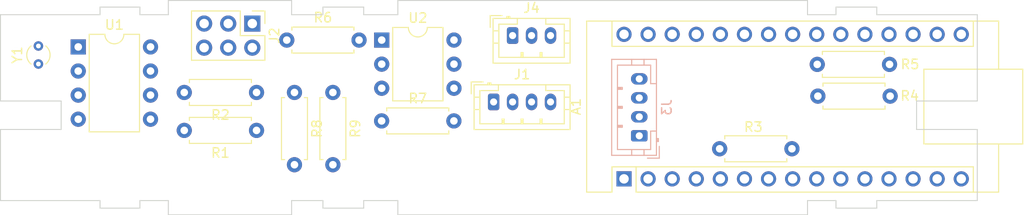
<source format=kicad_pcb>
(kicad_pcb (version 20211014) (generator pcbnew)
  (layers (0 "F.Cu" signal) (31 "B.Cu" signal) (34 "B.Paste" user) (35 "F.Paste" user) (36 "B.SilkS" user "B.Silkscreen") (37 "F.SilkS" user "F.Silkscreen") (38 "B.Mask" user) (39 "F.Mask" user) (44 "Edge.Cuts" user))
  (net 0 "")
  (net 4 "GND")
  (net 5 "/OneWire")
  (net 6 "/RX_GPS")
  (net 7 "/TX_GPS")
  (net 22 "/SDA")
  (net 23 "/SCL")
  (net 26 "+5V")
  (net 28 "+12V")
  (net 29 "Net-(U1-Pad1)")
  (net 30 "Net-(U1-Pad2)")
  (net 32 "/PERMANENT_12")
  (net 33 "Net-(U1-Pad3)")
  (net 36 "Net-(R6-Pad2)")
  (net 39 "/MEASURE_SUPPLY")
  (net 40 "/LIGHT_ON_12")
  (net 41 "/LIGHT_ON")
  (footprint "Connector_JST:JST_PH_B3B-PH-K_1x03_P2.00mm_Vertical" (layer "F.Cu") (at 116 106)
    (fp_text reference "J4" (at 2 -2.9) (layer "F.SilkS"))
    (fp_text value "1-Wire Temp 1")
    (fp_line (start -2.36 -2.11) (end -2.36 -0.86) (layer "F.SilkS") (width 0.12))
    (fp_line (start 3.5 -1.2) (end 3.5 -1.81) (layer "F.SilkS") (width 0.12))
    (fp_line (start 6.06 -1.81) (end -2.06 -1.81) (layer "F.SilkS") (width 0.12))
    (fp_line (start 1 2.3) (end 1 1.8) (layer "F.SilkS") (width 0.12))
    (fp_line (start -0.3 -2.01) (end -0.6 -2.01) (layer "F.SilkS") (width 0.12))
    (fp_line (start 2.9 1.8) (end 3.1 1.8) (layer "F.SilkS") (width 0.12))
    (fp_line (start 6.06 0.8) (end 5.45 0.8) (layer "F.SilkS") (width 0.12))
    (fp_line (start -0.3 -1.91) (end -0.6 -1.91) (layer "F.SilkS") (width 0.12))
    (fp_line (start -0.3 -1.81) (end -0.3 -2.01) (layer "F.SilkS") (width 0.12))
    (fp_line (start -2.06 2.91) (end 6.06 2.91) (layer "F.SilkS") (width 0.12))
    (fp_line (start 1.1 1.8) (end 1.1 2.3) (layer "F.SilkS") (width 0.12))
    (fp_line (start -1.45 -1.2) (end -1.45 2.3) (layer "F.SilkS") (width 0.12))
    (fp_line (start -0.6 -2.01) (end -0.6 -1.81) (layer "F.SilkS") (width 0.12))
    (fp_line (start 5.45 -1.2) (end 3.5 -1.2) (layer "F.SilkS") (width 0.12))
    (fp_line (start 0.5 -1.81) (end 0.5 -1.2) (layer "F.SilkS") (width 0.12))
    (fp_line (start -2.06 -0.5) (end -1.45 -0.5) (layer "F.SilkS") (width 0.12))
    (fp_line (start 6.06 2.91) (end 6.06 -1.81) (layer "F.SilkS") (width 0.12))
    (fp_line (start -1.45 2.3) (end 5.45 2.3) (layer "F.SilkS") (width 0.12))
    (fp_line (start 0.9 1.8) (end 1.1 1.8) (layer "F.SilkS") (width 0.12))
    (fp_line (start 6.06 -0.5) (end 5.45 -0.5) (layer "F.SilkS") (width 0.12))
    (fp_line (start 2.9 2.3) (end 2.9 1.8) (layer "F.SilkS") (width 0.12))
    (fp_line (start 0.9 2.3) (end 0.9 1.8) (layer "F.SilkS") (width 0.12))
    (fp_line (start 3 2.3) (end 3 1.8) (layer "F.SilkS") (width 0.12))
    (fp_line (start 0.5 -1.2) (end -1.45 -1.2) (layer "F.SilkS") (width 0.12))
    (fp_line (start 3.1 1.8) (end 3.1 2.3) (layer "F.SilkS") (width 0.12))
    (fp_line (start -1.11 -2.11) (end -2.36 -2.11) (layer "F.SilkS") (width 0.12))
    (fp_line (start -2.06 -1.81) (end -2.06 2.91) (layer "F.SilkS") (width 0.12))
    (fp_line (start -2.06 0.8) (end -1.45 0.8) (layer "F.SilkS") (width 0.12))
    (fp_line (start 5.45 2.3) (end 5.45 -1.2) (layer "F.SilkS") (width 0.12))
    (pad "1" thru_hole roundrect (at 0 0) (size 1.2 1.75) (drill 0.75) (layers *.Cu *.Mask) (roundrect_rratio 0.208333) (net 26 "+5V"))
    (pad "2" thru_hole oval (at 2 0) (size 1.2 1.75) (drill 0.75) (layers *.Cu *.Mask) (net 5 "/OneWire"))
    (pad "3" thru_hole oval (at 4 0) (size 1.2 1.75) (drill 0.75) (layers *.Cu *.Mask) (net 4 "GND"))
  )
  (footprint "Module:Arduino_Nano" (layer "F.Cu") (at 127.75 121.11 90)
    (fp_text reference "A1" (at 7.62 -5.08 90) (layer "F.SilkS"))
    (fp_text value "Arduino_Nano_v3.x")
    (fp_line (start 16.64 39.5) (end 16.64 -3.94) (layer "F.SilkS") (width 0.12))
    (fp_line (start 1.27 1.27) (end -1.4 1.27) (layer "F.SilkS") (width 0.12))
    (fp_line (start 11.56 42.04) (end 3.68 42.04) (layer "F.SilkS") (width 0.12))
    (fp_line (start 16.64 39.5) (end 11.56 39.5) (layer "F.SilkS") (width 0.12))
    (fp_line (start -1.4 1.27) (end -1.4 39.5) (layer "F.SilkS") (width 0.12))
    (fp_line (start -1.4 -3.94) (end -1.4 -1.27) (layer "F.SilkS") (width 0.12))
    (fp_line (start 3.68 31.62) (end 11.56 31.62) (layer "F.SilkS") (width 0.12))
    (fp_line (start 3.68 42.04) (end 3.68 31.62) (layer "F.SilkS") (width 0.12))
    (fp_line (start 1.27 1.27) (end 1.27 -1.27) (layer "F.SilkS") (width 0.12))
    (fp_line (start 13.97 -1.27) (end 13.97 36.83) (layer "F.SilkS") (width 0.12))
    (fp_line (start 16.64 -3.94) (end -1.4 -3.94) (layer "F.SilkS") (width 0.12))
    (fp_line (start 1.27 36.83) (end -1.4 36.83) (layer "F.SilkS") (width 0.12))
    (fp_line (start 1.27 -1.27) (end -1.4 -1.27) (layer "F.SilkS") (width 0.12))
    (fp_line (start 1.27 1.27) (end 1.27 36.83) (layer "F.SilkS") (width 0.12))
    (fp_line (start 13.97 36.83) (end 16.64 36.83) (layer "F.SilkS") (width 0.12))
    (fp_line (start -1.4 39.5) (end 3.68 39.5) (layer "F.SilkS") (width 0.12))
    (fp_line (start 11.56 31.62) (end 11.56 42.04) (layer "F.SilkS") (width 0.12))
    (fp_line (start 13.97 -1.27) (end 16.64 -1.27) (layer "F.SilkS") (width 0.12))
    (pad "1" thru_hole rect (at 0 0 90) (size 1.6 1.6) (drill 1) (layers *.Cu *.Mask))
    (pad "2" thru_hole oval (at 0 2.54 90) (size 1.6 1.6) (drill 1) (layers *.Cu *.Mask))
    (pad "3" thru_hole oval (at 0 5.08 90) (size 1.6 1.6) (drill 1) (layers *.Cu *.Mask))
    (pad "4" thru_hole oval (at 0 7.62 90) (size 1.6 1.6) (drill 1) (layers *.Cu *.Mask) (net 4 "GND"))
    (pad "5" thru_hole oval (at 0 10.16 90) (size 1.6 1.6) (drill 1) (layers *.Cu *.Mask) (net 5 "/OneWire"))
    (pad "6" thru_hole oval (at 0 12.7 90) (size 1.6 1.6) (drill 1) (layers *.Cu *.Mask) (net 6 "/RX_GPS"))
    (pad "7" thru_hole oval (at 0 15.24 90) (size 1.6 1.6) (drill 1) (layers *.Cu *.Mask) (net 7 "/TX_GPS"))
    (pad "8" thru_hole oval (at 0 17.78 90) (size 1.6 1.6) (drill 1) (layers *.Cu *.Mask))
    (pad "9" thru_hole oval (at 0 20.32 90) (size 1.6 1.6) (drill 1) (layers *.Cu *.Mask))
    (pad "10" thru_hole oval (at 0 22.86 90) (size 1.6 1.6) (drill 1) (layers *.Cu *.Mask))
    (pad "11" thru_hole oval (at 0 25.4 90) (size 1.6 1.6) (drill 1) (layers *.Cu *.Mask))
    (pad "12" thru_hole oval (at 0 27.94 90) (size 1.6 1.6) (drill 1) (layers *.Cu *.Mask))
    (pad "13" thru_hole oval (at 0 30.48 90) (size 1.6 1.6) (drill 1) (layers *.Cu *.Mask))
    (pad "14" thru_hole oval (at 0 33.02 90) (size 1.6 1.6) (drill 1) (layers *.Cu *.Mask))
    (pad "15" thru_hole oval (at 0 35.56 90) (size 1.6 1.6) (drill 1) (layers *.Cu *.Mask))
    (pad "16" thru_hole oval (at 15.24 35.56 90) (size 1.6 1.6) (drill 1) (layers *.Cu *.Mask))
    (pad "17" thru_hole oval (at 15.24 33.02 90) (size 1.6 1.6) (drill 1) (layers *.Cu *.Mask))
    (pad "18" thru_hole oval (at 15.24 30.48 90) (size 1.6 1.6) (drill 1) (layers *.Cu *.Mask))
    (pad "19" thru_hole oval (at 15.24 27.94 90) (size 1.6 1.6) (drill 1) (layers *.Cu *.Mask) (net 39 "/MEASURE_SUPPLY"))
    (pad "20" thru_hole oval (at 15.24 25.4 90) (size 1.6 1.6) (drill 1) (layers *.Cu *.Mask))
    (pad "21" thru_hole oval (at 15.24 22.86 90) (size 1.6 1.6) (drill 1) (layers *.Cu *.Mask))
    (pad "22" thru_hole oval (at 15.24 20.32 90) (size 1.6 1.6) (drill 1) (layers *.Cu *.Mask))
    (pad "23" thru_hole oval (at 15.24 17.78 90) (size 1.6 1.6) (drill 1) (layers *.Cu *.Mask) (net 22 "/SDA"))
    (pad "24" thru_hole oval (at 15.24 15.24 90) (size 1.6 1.6) (drill 1) (layers *.Cu *.Mask) (net 23 "/SCL"))
    (pad "25" thru_hole oval (at 15.24 12.7 90) (size 1.6 1.6) (drill 1) (layers *.Cu *.Mask))
    (pad "26" thru_hole oval (at 15.24 10.16 90) (size 1.6 1.6) (drill 1) (layers *.Cu *.Mask))
    (pad "27" thru_hole oval (at 15.24 7.62 90) (size 1.6 1.6) (drill 1) (layers *.Cu *.Mask) (net 26 "+5V"))
    (pad "28" thru_hole oval (at 15.24 5.08 90) (size 1.6 1.6) (drill 1) (layers *.Cu *.Mask))
    (pad "29" thru_hole oval (at 15.24 2.54 90) (size 1.6 1.6) (drill 1) (layers *.Cu *.Mask) (net 4 "GND"))
    (pad "30" thru_hole oval (at 15.24 0 90) (size 1.6 1.6) (drill 1) (layers *.Cu *.Mask) (net 28 "+12V"))
  )
  (footprint "Resistor_THT:R_Axial_DIN0207_L6.3mm_D2.5mm_P7.62mm_Horizontal" (layer "F.Cu") (at 89 112 180)
    (fp_text reference "R2" (at 3.81 -2.37) (layer "F.SilkS"))
    (fp_text value "1k")
    (fp_line (start 7.08 -1.37) (end 7.08 -1.04) (layer "F.SilkS") (width 0.12))
    (fp_line (start 0.54 1.04) (end 0.54 1.37) (layer "F.SilkS") (width 0.12))
    (fp_line (start 0.54 1.37) (end 7.08 1.37) (layer "F.SilkS") (width 0.12))
    (fp_line (start 0.54 -1.04) (end 0.54 -1.37) (layer "F.SilkS") (width 0.12))
    (fp_line (start 0.54 -1.37) (end 7.08 -1.37) (layer "F.SilkS") (width 0.12))
    (fp_line (start 7.08 1.37) (end 7.08 1.04) (layer "F.SilkS") (width 0.12))
    (pad "1" thru_hole circle (at 0 0 180) (size 1.6 1.6) (drill 0.8) (layers *.Cu *.Mask) (net 26 "+5V"))
    (pad "2" thru_hole oval (at 7.62 0 180) (size 1.6 1.6) (drill 0.8) (layers *.Cu *.Mask) (net 23 "/SCL"))
  )
  (footprint "Resistor_THT:R_Axial_DIN0207_L6.3mm_D2.5mm_P7.62mm_Horizontal" (layer "F.Cu") (at 102.19 115)
    (fp_text reference "R7" (at 3.81 -2.37) (layer "F.SilkS"))
    (fp_text value "10k")
    (fp_line (start 0.54 1.37) (end 7.08 1.37) (layer "F.SilkS") (width 0.12))
    (fp_line (start 0.54 -1.37) (end 7.08 -1.37) (layer "F.SilkS") (width 0.12))
    (fp_line (start 0.54 -1.04) (end 0.54 -1.37) (layer "F.SilkS") (width 0.12))
    (fp_line (start 7.08 1.37) (end 7.08 1.04) (layer "F.SilkS") (width 0.12))
    (fp_line (start 7.08 -1.37) (end 7.08 -1.04) (layer "F.SilkS") (width 0.12))
    (fp_line (start 0.54 1.04) (end 0.54 1.37) (layer "F.SilkS") (width 0.12))
    (pad "1" thru_hole circle (at 0 0) (size 1.6 1.6) (drill 0.8) (layers *.Cu *.Mask) (net 26 "+5V"))
    (pad "2" thru_hole oval (at 7.62 0) (size 1.6 1.6) (drill 0.8) (layers *.Cu *.Mask) (net 41 "/LIGHT_ON"))
  )
  (footprint "Resistor_THT:R_Axial_DIN0207_L6.3mm_D2.5mm_P7.62mm_Horizontal" (layer "F.Cu") (at 145.455038 117.935807 180)
    (fp_text reference "R3" (at 4.067462 2.291115) (layer "F.SilkS"))
    (fp_text value "10k")
    (fp_line (start 0.54 1.04) (end 0.54 1.37) (layer "F.SilkS") (width 0.12))
    (fp_line (start 7.08 1.37) (end 7.08 1.04) (layer "F.SilkS") (width 0.12))
    (fp_line (start 0.54 1.37) (end 7.08 1.37) (layer "F.SilkS") (width 0.12))
    (fp_line (start 0.54 -1.04) (end 0.54 -1.37) (layer "F.SilkS") (width 0.12))
    (fp_line (start 0.54 -1.37) (end 7.08 -1.37) (layer "F.SilkS") (width 0.12))
    (fp_line (start 7.08 -1.37) (end 7.08 -1.04) (layer "F.SilkS") (width 0.12))
    (pad "1" thru_hole circle (at 0 0 180) (size 1.6 1.6) (drill 0.8) (layers *.Cu *.Mask) (net 26 "+5V"))
    (pad "2" thru_hole oval (at 7.62 0 180) (size 1.6 1.6) (drill 0.8) (layers *.Cu *.Mask) (net 5 "/OneWire"))
  )
  (footprint "Connector_JST:JST_PH_B4B-PH-K_1x04_P2.00mm_Vertical" (layer "F.Cu") (at 114 113)
    (fp_text reference "J1" (at 3 -2.9) (layer "F.SilkS"))
    (fp_text value "NEO6M")
    (fp_line (start -1.11 -2.11) (end -2.36 -2.11) (layer "F.SilkS") (width 0.12))
    (fp_line (start 3.1 1.8) (end 3.1 2.3) (layer "F.SilkS") (width 0.12))
    (fp_line (start 2.9 1.8) (end 3.1 1.8) (layer "F.SilkS") (width 0.12))
    (fp_line (start 0.5 -1.81) (end 0.5 -1.2) (layer "F.SilkS") (width 0.12))
    (fp_line (start 5 2.3) (end 5 1.8) (layer "F.SilkS") (width 0.12))
    (fp_line (start 3 2.3) (end 3 1.8) (layer "F.SilkS") (width 0.12))
    (fp_line (start -2.36 -2.11) (end -2.36 -0.86) (layer "F.SilkS") (width 0.12))
    (fp_line (start 0.5 -1.2) (end -1.45 -1.2) (layer "F.SilkS") (width 0.12))
    (fp_line (start 4.9 2.3) (end 4.9 1.8) (layer "F.SilkS") (width 0.12))
    (fp_line (start 2.9 2.3) (end 2.9 1.8) (layer "F.SilkS") (width 0.12))
    (fp_line (start 0.9 2.3) (end 0.9 1.8) (layer "F.SilkS") (width 0.12))
    (fp_line (start -0.3 -2.01) (end -0.6 -2.01) (layer "F.SilkS") (width 0.12))
    (fp_line (start 7.45 2.3) (end 7.45 -1.2) (layer "F.SilkS") (width 0.12))
    (fp_line (start -2.06 2.91) (end 8.06 2.91) (layer "F.SilkS") (width 0.12))
    (fp_line (start -1.45 -1.2) (end -1.45 2.3) (layer "F.SilkS") (width 0.12))
    (fp_line (start 5.1 1.8) (end 5.1 2.3) (layer "F.SilkS") (width 0.12))
    (fp_line (start 1 2.3) (end 1 1.8) (layer "F.SilkS") (width 0.12))
    (fp_line (start -0.3 -1.91) (end -0.6 -1.91) (layer "F.SilkS") (width 0.12))
    (fp_line (start -0.6 -2.01) (end -0.6 -1.81) (layer "F.SilkS") (width 0.12))
    (fp_line (start 8.06 -0.5) (end 7.45 -0.5) (layer "F.SilkS") (width 0.12))
    (fp_line (start 5.5 -1.2) (end 5.5 -1.81) (layer "F.SilkS") (width 0.12))
    (fp_line (start 8.06 2.91) (end 8.06 -1.81) (layer "F.SilkS") (width 0.12))
    (fp_line (start 7.45 -1.2) (end 5.5 -1.2) (layer "F.SilkS") (width 0.12))
    (fp_line (start 4.9 1.8) (end 5.1 1.8) (layer "F.SilkS") (width 0.12))
    (fp_line (start -2.06 -1.81) (end -2.06 2.91) (layer "F.SilkS") (width 0.12))
    (fp_line (start -0.3 -1.81) (end -0.3 -2.01) (layer "F.SilkS") (width 0.12))
    (fp_line (start 0.9 1.8) (end 1.1 1.8) (layer "F.SilkS") (width 0.12))
    (fp_line (start 8.06 0.8) (end 7.45 0.8) (layer "F.SilkS") (width 0.12))
    (fp_line (start 8.06 -1.81) (end -2.06 -1.81) (layer "F.SilkS") (width 0.12))
    (fp_line (start -2.06 0.8) (end -1.45 0.8) (layer "F.SilkS") (width 0.12))
    (fp_line (start -1.45 2.3) (end 7.45 2.3) (layer "F.SilkS") (width 0.12))
    (fp_line (start -2.06 -0.5) (end -1.45 -0.5) (layer "F.SilkS") (width 0.12))
    (fp_line (start 1.1 1.8) (end 1.1 2.3) (layer "F.SilkS") (width 0.12))
    (pad "1" thru_hole roundrect (at 0 0) (size 1.2 1.75) (drill 0.75) (layers *.Cu *.Mask) (roundrect_rratio 0.208333) (net 26 "+5V"))
    (pad "2" thru_hole oval (at 2 0) (size 1.2 1.75) (drill 0.75) (layers *.Cu *.Mask) (net 4 "GND"))
    (pad "3" thru_hole oval (at 4 0) (size 1.2 1.75) (drill 0.75) (layers *.Cu *.Mask) (net 7 "/TX_GPS"))
    (pad "4" thru_hole oval (at 6 0) (size 1.2 1.75) (drill 0.75) (layers *.Cu *.Mask) (net 6 "/RX_GPS"))
  )
  (footprint "Package_DIP:DIP-6_W7.62mm" (layer "F.Cu") (at 102.2 106.475)
    (fp_text reference "U2" (at 3.81 -2.33) (layer "F.SilkS"))
    (fp_text value "4N25")
    (fp_line (start 1.16 6.41) (end 6.46 6.41) (layer "F.SilkS") (width 0.12))
    (fp_line (start 6.46 -1.33) (end 4.81 -1.33) (layer "F.SilkS") (width 0.12))
    (fp_line (start 2.81 -1.33) (end 1.16 -1.33) (layer "F.SilkS") (width 0.12))
    (fp_line (start 6.46 6.41) (end 6.46 -1.33) (layer "F.SilkS") (width 0.12))
    (fp_line (start 1.16 -1.33) (end 1.16 6.41) (layer "F.SilkS") (width 0.12))
    (fp_arc (start 4.81 -1.33) (mid 3.81 -0.33) (end 2.81 -1.33) (layer "F.SilkS") (width 0.12))
    (pad "1" thru_hole rect (at 0 0) (size 1.6 1.6) (drill 0.8) (layers *.Cu *.Mask) (net 36 "Net-(R6-Pad2)"))
    (pad "2" thru_hole oval (at 0 2.54) (size 1.6 1.6) (drill 0.8) (layers *.Cu *.Mask) (net 4 "GND"))
    (pad "3" thru_hole oval (at 0 5.08) (size 1.6 1.6) (drill 0.8) (layers *.Cu *.Mask))
    (pad "4" thru_hole oval (at 7.62 5.08) (size 1.6 1.6) (drill 0.8) (layers *.Cu *.Mask) (net 4 "GND"))
    (pad "5" thru_hole oval (at 7.62 2.54) (size 1.6 1.6) (drill 0.8) (layers *.Cu *.Mask))
    (pad "6" thru_hole oval (at 7.62 0) (size 1.6 1.6) (drill 0.8) (layers *.Cu *.Mask) (net 41 "/LIGHT_ON"))
  )
  (footprint "Resistor_THT:R_Axial_DIN0207_L6.3mm_D2.5mm_P7.62mm_Horizontal" (layer "F.Cu") (at 89 116 180)
    (fp_text reference "R1" (at 3.81 -2.37) (layer "F.SilkS"))
    (fp_text value "1k")
    (fp_line (start 0.54 1.37) (end 7.08 1.37) (layer "F.SilkS") (width 0.12))
    (fp_line (start 0.54 -1.04) (end 0.54 -1.37) (layer "F.SilkS") (width 0.12))
    (fp_line (start 0.54 -1.37) (end 7.08 -1.37) (layer "F.SilkS") (width 0.12))
    (fp_line (start 0.54 1.04) (end 0.54 1.37) (layer "F.SilkS") (width 0.12))
    (fp_line (start 7.08 1.37) (end 7.08 1.04) (layer "F.SilkS") (width 0.12))
    (fp_line (start 7.08 -1.37) (end 7.08 -1.04) (layer "F.SilkS") (width 0.12))
    (pad "1" thru_hole circle (at 0 0 180) (size 1.6 1.6) (drill 0.8) (layers *.Cu *.Mask) (net 26 "+5V"))
    (pad "2" thru_hole oval (at 7.62 0 180) (size 1.6 1.6) (drill 0.8) (layers *.Cu *.Mask) (net 22 "/SDA"))
  )
  (footprint "Package_DIP:DIP-8_W7.62mm" (layer "F.Cu") (at 70.2 107.2)
    (fp_text reference "U1" (at 3.81 -2.33) (layer "F.SilkS"))
    (fp_text value "DS1307N+")
    (fp_line (start 2.81 -1.33) (end 1.16 -1.33) (layer "F.SilkS") (width 0.12))
    (fp_line (start 1.16 -1.33) (end 1.16 8.95) (layer "F.SilkS") (width 0.12))
    (fp_line (start 1.16 8.95) (end 6.46 8.95) (layer "F.SilkS") (width 0.12))
    (fp_line (start 6.46 8.95) (end 6.46 -1.33) (layer "F.SilkS") (width 0.12))
    (fp_line (start 6.46 -1.33) (end 4.81 -1.33) (layer "F.SilkS") (width 0.12))
    (fp_arc (start 4.81 -1.33) (mid 3.81 -0.33) (end 2.81 -1.33) (layer "F.SilkS") (width 0.12))
    (pad "1" thru_hole rect (at 0 0) (size 1.6 1.6) (drill 0.8) (layers *.Cu *.Mask) (net 29 "Net-(U1-Pad1)"))
    (pad "2" thru_hole oval (at 0 2.54) (size 1.6 1.6) (drill 0.8) (layers *.Cu *.Mask) (net 30 "Net-(U1-Pad2)"))
    (pad "3" thru_hole oval (at 0 5.08) (size 1.6 1.6) (drill 0.8) (layers *.Cu *.Mask) (net 33 "Net-(U1-Pad3)"))
    (pad "4" thru_hole oval (at 0 7.62) (size 1.6 1.6) (drill 0.8) (layers *.Cu *.Mask) (net 4 "GND"))
    (pad "5" thru_hole oval (at 7.62 7.62) (size 1.6 1.6) (drill 0.8) (layers *.Cu *.Mask) (net 22 "/SDA"))
    (pad "6" thru_hole oval (at 7.62 5.08) (size 1.6 1.6) (drill 0.8) (layers *.Cu *.Mask) (net 23 "/SCL"))
    (pad "7" thru_hole oval (at 7.62 2.54) (size 1.6 1.6) (drill 0.8) (layers *.Cu *.Mask))
    (pad "8" thru_hole oval (at 7.62 0) (size 1.6 1.6) (drill 0.8) (layers *.Cu *.Mask) (net 26 "+5V"))
  )
  (footprint "Connector_PinHeader_2.54mm:PinHeader_2x03_P2.54mm_Vertical" (layer "F.Cu") (at 88.555 104.735 -90)
    (fp_text reference "J2" (at 1.27 -2.33 -90) (layer "F.SilkS"))
    (fp_text value "Conn_Car")
    (fp_line (start 1.27 1.27) (end 1.27 -1.33) (layer "F.SilkS") (width 0.12))
    (fp_line (start -1.33 6.41) (end 3.87 6.41) (layer "F.SilkS") (width 0.12))
    (fp_line (start 1.27 -1.33) (end 3.87 -1.33) (layer "F.SilkS") (width 0.12))
    (fp_line (start -1.33 0) (end -1.33 -1.33) (layer "F.SilkS") (width 0.12))
    (fp_line (start 3.87 -1.33) (end 3.87 6.41) (layer "F.SilkS") (width 0.12))
    (fp_line (start -1.33 -1.33) (end 0 -1.33) (layer "F.SilkS") (width 0.12))
    (fp_line (start -1.33 1.27) (end -1.33 6.41) (layer "F.SilkS") (width 0.12))
    (fp_line (start -1.33 1.27) (end 1.27 1.27) (layer "F.SilkS") (width 0.12))
    (pad "1" thru_hole rect (at 0 0 270) (size 1.7 1.7) (drill 1) (layers *.Cu *.Mask) (net 28 "+12V"))
    (pad "2" thru_hole oval (at 2.54 0 270) (size 1.7 1.7) (drill 1) (layers *.Cu *.Mask) (net 40 "/LIGHT_ON_12"))
    (pad "3" thru_hole oval (at 0 2.54 270) (size 1.7 1.7) (drill 1) (layers *.Cu *.Mask) (net 4 "GND"))
    (pad "4" thru_hole oval (at 2.54 2.54 270) (size 1.7 1.7) (drill 1) (layers *.Cu *.Mask))
    (pad "5" thru_hole oval (at 0 5.08 270) (size 1.7 1.7) (drill 1) (layers *.Cu *.Mask))
    (pad "6" thru_hole oval (at 2.54 5.08 270) (size 1.7 1.7) (drill 1) (layers *.Cu *.Mask) (net 32 "/PERMANENT_12"))
  )
  (footprint "Resistor_THT:R_Axial_DIN0207_L6.3mm_D2.5mm_P7.62mm_Horizontal" (layer "F.Cu") (at 93 112 -90)
    (fp_text reference "R8" (at 3.81 -2.37 90) (layer "F.SilkS"))
    (fp_text value "30k")
    (fp_line (start 7.08 -1.37) (end 7.08 -1.04) (layer "F.SilkS") (width 0.12))
    (fp_line (start 0.54 1.04) (end 0.54 1.37) (layer "F.SilkS") (width 0.12))
    (fp_line (start 0.54 1.37) (end 7.08 1.37) (layer "F.SilkS") (width 0.12))
    (fp_line (start 0.54 -1.37) (end 7.08 -1.37) (layer "F.SilkS") (width 0.12))
    (fp_line (start 0.54 -1.04) (end 0.54 -1.37) (layer "F.SilkS") (width 0.12))
    (fp_line (start 7.08 1.37) (end 7.08 1.04) (layer "F.SilkS") (width 0.12))
    (pad "1" thru_hole circle (at 0 0 270) (size 1.6 1.6) (drill 0.8) (layers *.Cu *.Mask) (net 32 "/PERMANENT_12"))
    (pad "2" thru_hole oval (at 7.62 0 270) (size 1.6 1.6) (drill 0.8) (layers *.Cu *.Mask) (net 33 "Net-(U1-Pad3)"))
  )
  (footprint "Resistor_THT:R_Axial_DIN0207_L6.3mm_D2.5mm_P7.62mm_Horizontal" (layer "F.Cu") (at 92.19 106.475)
    (fp_text reference "R6" (at 3.81 -2.37) (layer "F.SilkS"))
    (fp_text value "100k")
    (fp_line (start 0.54 -1.04) (end 0.54 -1.37) (layer "F.SilkS") (width 0.12))
    (fp_line (start 7.08 -1.37) (end 7.08 -1.04) (layer "F.SilkS") (width 0.12))
    (fp_line (start 0.54 1.04) (end 0.54 1.37) (layer "F.SilkS") (width 0.12))
    (fp_line (start 7.08 1.37) (end 7.08 1.04) (layer "F.SilkS") (width 0.12))
    (fp_line (start 0.54 -1.37) (end 7.08 -1.37) (layer "F.SilkS") (width 0.12))
    (fp_line (start 0.54 1.37) (end 7.08 1.37) (layer "F.SilkS") (width 0.12))
    (pad "1" thru_hole circle (at 0 0) (size 1.6 1.6) (drill 0.8) (layers *.Cu *.Mask) (net 40 "/LIGHT_ON_12"))
    (pad "2" thru_hole oval (at 7.62 0) (size 1.6 1.6) (drill 0.8) (layers *.Cu *.Mask) (net 36 "Net-(R6-Pad2)"))
  )
  (footprint "Resistor_THT:R_Axial_DIN0207_L6.3mm_D2.5mm_P7.62mm_Horizontal" (layer "F.Cu") (at 148.189654 112.386884)
    (fp_text reference "R4" (at 9.682998 -0.032269) (layer "F.SilkS"))
    (fp_text value "30k")
    (fp_line (start 0.54 1.37) (end 7.08 1.37) (layer "F.SilkS") (width 0.12))
    (fp_line (start 0.54 -1.04) (end 0.54 -1.37) (layer "F.SilkS") (width 0.12))
    (fp_line (start 7.08 -1.37) (end 7.08 -1.04) (layer "F.SilkS") (width 0.12))
    (fp_line (start 7.08 1.37) (end 7.08 1.04) (layer "F.SilkS") (width 0.12))
    (fp_line (start 0.54 1.04) (end 0.54 1.37) (layer "F.SilkS") (width 0.12))
    (fp_line (start 0.54 -1.37) (end 7.08 -1.37) (layer "F.SilkS") (width 0.12))
    (pad "1" thru_hole circle (at 0 0) (size 1.6 1.6) (drill 0.8) (layers *.Cu *.Mask) (net 28 "+12V"))
    (pad "2" thru_hole oval (at 7.62 0) (size 1.6 1.6) (drill 0.8) (layers *.Cu *.Mask) (net 39 "/MEASURE_SUPPLY"))
  )
  (footprint "Crystal:Crystal_C26-LF_D2.1mm_L6.5mm_Vertical" (layer "F.Cu") (at 66 109 90)
    (fp_text reference "Y1" (at 0.95 -2.23 90) (layer "F.SilkS"))
    (fp_text value "Crystal")
    (fp_arc (start 0 -0.781281) (mid 0.949655 -1.23) (end 1.899561 -0.781814) (layer "F.SilkS") (width 0.12))
    (fp_arc (start 1.899561 0.781814) (mid 0.949655 1.23) (end 0 0.781281) (layer "F.SilkS") (width 0.12))
    (pad "1" thru_hole circle (at 0 0 90) (size 1 1) (drill 0.5) (layers *.Cu *.Mask) (net 30 "Net-(U1-Pad2)"))
    (pad "2" thru_hole circle (at 1.9 0 90) (size 1 1) (drill 0.5) (layers *.Cu *.Mask) (net 29 "Net-(U1-Pad1)"))
  )
  (footprint "Resistor_THT:R_Axial_DIN0207_L6.3mm_D2.5mm_P7.62mm_Horizontal" (layer "F.Cu") (at 155.745807 109.039385 180)
    (fp_text reference "R5" (at -2.159114 0.0085) (layer "F.SilkS"))
    (fp_text value "10k")
    (fp_line (start 0.54 1.04) (end 0.54 1.37) (layer "F.SilkS") (width 0.12))
    (fp_line (start 0.54 -1.04) (end 0.54 -1.37) (layer "F.SilkS") (width 0.12))
    (fp_line (start 7.08 1.37) (end 7.08 1.04) (layer "F.SilkS") (width 0.12))
    (fp_line (start 0.54 1.37) (end 7.08 1.37) (layer "F.SilkS") (width 0.12))
    (fp_line (start 0.54 -1.37) (end 7.08 -1.37) (layer "F.SilkS") (width 0.12))
    (fp_line (start 7.08 -1.37) (end 7.08 -1.04) (layer "F.SilkS") (width 0.12))
    (pad "1" thru_hole circle (at 0 0 180) (size 1.6 1.6) (drill 0.8) (layers *.Cu *.Mask) (net 39 "/MEASURE_SUPPLY"))
    (pad "2" thru_hole oval (at 7.62 0 180) (size 1.6 1.6) (drill 0.8) (layers *.Cu *.Mask) (net 4 "GND"))
  )
  (footprint "Resistor_THT:R_Axial_DIN0207_L6.3mm_D2.5mm_P7.62mm_Horizontal" (layer "F.Cu") (at 97.05 112 -90)
    (fp_text reference "R9" (at 3.81 -2.37 90) (layer "F.SilkS"))
    (fp_text value "10k")
    (fp_line (start 0.54 1.37) (end 7.08 1.37) (layer "F.SilkS") (width 0.12))
    (fp_line (start 0.54 -1.04) (end 0.54 -1.37) (layer "F.SilkS") (width 0.12))
    (fp_line (start 0.54 -1.37) (end 7.08 -1.37) (layer "F.SilkS") (width 0.12))
    (fp_line (start 7.08 -1.37) (end 7.08 -1.04) (layer "F.SilkS") (width 0.12))
    (fp_line (start 7.08 1.37) (end 7.08 1.04) (layer "F.SilkS") (width 0.12))
    (fp_line (start 0.54 1.04) (end 0.54 1.37) (layer "F.SilkS") (width 0.12))
    (pad "1" thru_hole circle (at 0 0 270) (size 1.6 1.6) (drill 0.8) (layers *.Cu *.Mask) (net 33 "Net-(U1-Pad3)"))
    (pad "2" thru_hole oval (at 7.62 0 270) (size 1.6 1.6) (drill 0.8) (layers *.Cu *.Mask) (net 4 "GND"))
  )
  (footprint "Connector_JST:JST_PH_B4B-PH-K_1x04_P2.00mm_Vertical" (layer "B.Cu") (at 129.358258 116.568928 90)
    (fp_text reference "J3" (at 3 2.9 90) (layer "B.SilkS") (effects (justify mirror)))
    (fp_text value "I2C_Display")
    (fp_line (start -2.06 1.81) (end -2.06 -2.91) (layer "B.SilkS") (width 0.12))
    (fp_line (start 5.5 1.2) (end 5.5 1.81) (layer "B.SilkS") (width 0.12))
    (fp_line (start -1.45 1.2) (end -1.45 -2.3) (layer "B.SilkS") (width 0.12))
    (fp_line (start 7.45 1.2) (end 5.5 1.2) (layer "B.SilkS") (width 0.12))
    (fp_line (start -0.3 1.91) (end -0.6 1.91) (layer "B.SilkS") (width 0.12))
    (fp_line (start -0.6 2.01) (end -0.6 1.81) (layer "B.SilkS") (width 0.12))
    (fp_line (start 3.1 -1.8) (end 3.1 -2.3) (layer "B.SilkS") (width 0.12))
    (fp_line (start 8.06 0.5) (end 7.45 0.5) (layer "B.SilkS") (width 0.12))
    (fp_line (start 2.9 -2.3) (end 2.9 -1.8) (layer "B.SilkS") (width 0.12))
    (fp_line (start 2.9 -1.8) (end 3.1 -1.8) (layer "B.SilkS") (width 0.12))
    (fp_line (start -0.3 2.01) (end -0.6 2.01) (layer "B.SilkS") (width 0.12))
    (fp_line (start 4.9 -2.3) (end 4.9 -1.8) (layer "B.SilkS") (width 0.12))
    (fp_line (start -1.11 2.11) (end -2.36 2.11) (layer "B.SilkS") (width 0.12))
    (fp_line (start -2.06 -2.91) (end 8.06 -2.91) (layer "B.SilkS") (width 0.12))
    (fp_line (start 1 -2.3) (end 1 -1.8) (layer "B.SilkS") (width 0.12))
    (fp_line (start 5.1 -1.8) (end 5.1 -2.3) (layer "B.SilkS") (width 0.12))
    (fp_line (start 7.45 -2.3) (end 7.45 1.2) (layer "B.SilkS") (width 0.12))
    (fp_line (start 4.9 -1.8) (end 5.1 -1.8) (layer "B.SilkS") (width 0.12))
    (fp_line (start -0.3 1.81) (end -0.3 2.01) (layer "B.SilkS") (width 0.12))
    (fp_line (start 5 -2.3) (end 5 -1.8) (layer "B.SilkS") (width 0.12))
    (fp_line (start 0.5 1.81) (end 0.5 1.2) (layer "B.SilkS") (width 0.12))
    (fp_line (start -1.45 -2.3) (end 7.45 -2.3) (layer "B.SilkS") (width 0.12))
    (fp_line (start 8.06 1.81) (end -2.06 1.81) (layer "B.SilkS") (width 0.12))
    (fp_line (start 0.9 -1.8) (end 1.1 -1.8) (layer "B.SilkS") (width 0.12))
    (fp_line (start 0.5 1.2) (end -1.45 1.2) (layer "B.SilkS") (width 0.12))
    (fp_line (start -2.06 0.5) (end -1.45 0.5) (layer "B.SilkS") (width 0.12))
    (fp_line (start -2.36 2.11) (end -2.36 0.86) (layer "B.SilkS") (width 0.12))
    (fp_line (start 3 -2.3) (end 3 -1.8) (layer "B.SilkS") (width 0.12))
    (fp_line (start 0.9 -2.3) (end 0.9 -1.8) (layer "B.SilkS") (width 0.12))
    (fp_line (start 8.06 -2.91) (end 8.06 1.81) (layer "B.SilkS") (width 0.12))
    (fp_line (start 8.06 -0.8) (end 7.45 -0.8) (layer "B.SilkS") (width 0.12))
    (fp_line (start -2.06 -0.8) (end -1.45 -0.8) (layer "B.SilkS") (width 0.12))
    (fp_line (start 1.1 -1.8) (end 1.1 -2.3) (layer "B.SilkS") (width 0.12))
    (pad "1" thru_hole roundrect (at 0 0 90) (size 1.2 1.75) (drill 0.75) (layers *.Cu *.Mask) (roundrect_rratio 0.208333) (net 22 "/SDA"))
    (pad "2" thru_hole oval (at 2 0 90) (size 1.2 1.75) (drill 0.75) (layers *.Cu *.Mask) (net 23 "/SCL"))
    (pad "3" thru_hole oval (at 4 0 90) (size 1.2 1.75) (drill 0.75) (layers *.Cu *.Mask) (net 26 "+5V"))
    (pad "4" thru_hole oval (at 6 0 90) (size 1.2 1.75) (drill 0.75) (layers *.Cu *.Mask) (net 4 "GND"))
  )
  (gr_line (start 147.1 123.4) (end 147.1 124.9) (layer "Edge.Cuts") (width 0.1))
  (gr_line (start 165 115.9) (end 165 123.4) (layer "Edge.Cuts") (width 0.1))
  (gr_line (start 62 112.9) (end 62 103.8) (layer "Edge.Cuts") (width 0.1))
  (gr_line (start 72.5 124.2) (end 72.5 123.4) (layer "Edge.Cuts") (width 0.1))
  (gr_line (start 96 124.2) (end 96 123.4) (layer "Edge.Cuts") (width 0.1))
  (gr_line (start 62 103.8) (end 72.5 103.8) (layer "Edge.Cuts") (width 0.1))
  (gr_line (start 147.1 102.3) (end 147.1 103.8) (layer "Edge.Cuts") (width 0.1))
  (gr_line (start 92.7 124.9) (end 79.7 124.9) (layer "Edge.Cuts") (width 0.1))
  (gr_line (start 165 103.8) (end 165 112.9) (layer "Edge.Cuts") (width 0.1))
  (gr_line (start 79.7 123.4) (end 76.7 123.4) (layer "Edge.Cuts") (width 0.1))
  (gr_line (start 92.7 123.4) (end 92.7 124.9) (layer "Edge.Cuts") (width 0.1))
  (gr_line (start 96 103) (end 100.3 103) (layer "Edge.Cuts") (width 0.1))
  (gr_line (start 150.1 123.4) (end 147.1 123.4) (layer "Edge.Cuts") (width 0.1))
  (gr_line (start 150.1 124.2) (end 150.1 123.4) (layer "Edge.Cuts") (width 0.1))
  (gr_line (start 100.3 123.4) (end 100.3 124.2) (layer "Edge.Cuts") (width 0.1))
  (gr_line (start 165 123.4) (end 154.4 123.4) (layer "Edge.Cuts") (width 0.1))
  (gr_line (start 100.3 103) (end 100.3 103.8) (layer "Edge.Cuts") (width 0.1))
  (gr_line (start 154.4 124.2) (end 150.1 124.2) (layer "Edge.Cuts") (width 0.1))
  (gr_line (start 62 115.9) (end 68.3 115.9) (layer "Edge.Cuts") (width 0.1))
  (gr_line (start 100.3 103.8) (end 103.9 103.8) (layer "Edge.Cuts") (width 0.1))
  (gr_line (start 62 123.4) (end 62 115.9) (layer "Edge.Cuts") (width 0.1))
  (gr_line (start 79.7 102.3) (end 92.7 102.3) (layer "Edge.Cuts") (width 0.1))
  (gr_line (start 76.7 124.2) (end 72.5 124.2) (layer "Edge.Cuts") (width 0.1))
  (gr_line (start 92.7 102.3) (end 92.7 103.8) (layer "Edge.Cuts") (width 0.1))
  (gr_line (start 76.7 103.8) (end 79.7 103.8) (layer "Edge.Cuts") (width 0.1))
  (gr_line (start 72.5 103) (end 76.7 103) (layer "Edge.Cuts") (width 0.1))
  (gr_line (start 158.6 115.9) (end 165 115.9) (layer "Edge.Cuts") (width 0.1))
  (gr_line (start 147.1 103.8) (end 150 103.8) (layer "Edge.Cuts") (width 0.1))
  (gr_line (start 103.9 103.8) (end 103.9 102.3) (layer "Edge.Cuts") (width 0.1))
  (gr_line (start 150.1 103) (end 154.4 103) (layer "Edge.Cuts") (width 0.1))
  (gr_line (start 158.6 112.9) (end 158.6 115.9) (layer "Edge.Cuts") (width 0.1))
  (gr_line (start 154.4 123.4) (end 154.4 124.2) (layer "Edge.Cuts") (width 0.1))
  (gr_line (start 72.5 123.4) (end 62 123.4) (layer "Edge.Cuts") (width 0.1))
  (gr_line (start 147.1 124.9) (end 103.9 124.9) (layer "Edge.Cuts") (width 0.1))
  (gr_line (start 165 112.9) (end 158.6 112.9) (layer "Edge.Cuts") (width 0.1))
  (gr_line (start 72.5 103.8) (end 72.5 103) (layer "Edge.Cuts") (width 0.1))
  (gr_line (start 154.4 103) (end 154.4 103.8) (layer "Edge.Cuts") (width 0.1))
  (gr_line (start 150.1 103.8) (end 150.1 103) (layer "Edge.Cuts") (width 0.1))
  (gr_line (start 79.7 103.8) (end 79.7 102.3) (layer "Edge.Cuts") (width 0.1))
  (gr_line (start 103.9 102.3) (end 147.1 102.3) (layer "Edge.Cuts") (width 0.1))
  (gr_line (start 100.3 124.2) (end 96 124.2) (layer "Edge.Cuts") (width 0.1))
  (gr_line (start 68.4 115.9) (end 68.4 112.9) (layer "Edge.Cuts") (width 0.1))
  (gr_line (start 150 103.8) (end 150.1 103.8) (layer "Edge.Cuts") (width 0.1))
  (gr_line (start 96 103.8) (end 96 103) (layer "Edge.Cuts") (width 0.1))
  (gr_line (start 103.9 123.4) (end 100.3 123.4) (layer "Edge.Cuts") (width 0.1))
  (gr_line (start 79.7 124.9) (end 79.7 123.4) (layer "Edge.Cuts") (width 0.1))
  (gr_line (start 96 123.4) (end 92.7 123.4) (layer "Edge.Cuts") (width 0.1))
  (gr_line (start 68.4 112.9) (end 62 112.9) (layer "Edge.Cuts") (width 0.1))
  (gr_line (start 76.7 103) (end 76.7 103.8) (layer "Edge.Cuts") (width 0.1))
  (gr_line (start 154.4 103.8) (end 165 103.8) (layer "Edge.Cuts") (width 0.1))
  (gr_line (start 103.9 124.9) (end 103.9 123.4) (layer "Edge.Cuts") (width 0.1))
  (gr_line (start 68.3 115.9) (end 68.4 115.9) (layer "Edge.Cuts") (width 0.1))
  (gr_line (start 76.7 123.4) (end 76.7 124.2) (layer "Edge.Cuts") (width 0.1))
  (gr_line (start 92.7 103.8) (end 96 103.8) (layer "Edge.Cuts") (width 0.1))
)
</source>
